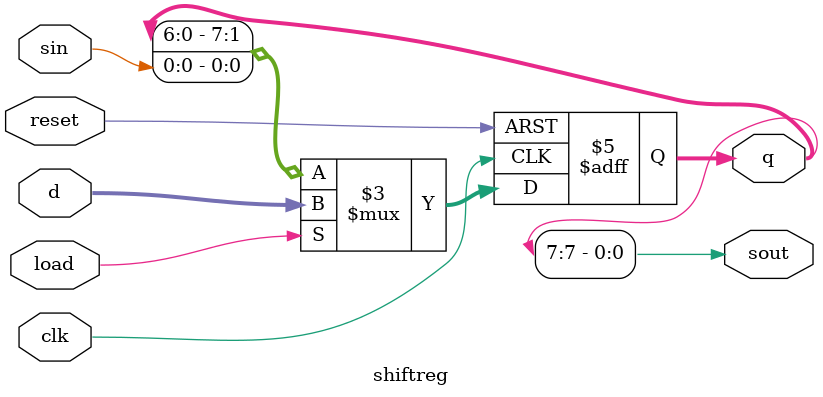
<source format=sv>
module shiftreg
#(parameter N = 8)
(input logic clk,
input logic reset,
input logic sin,
output logic sout,
input logic load,
input logic[N-1:0] d,
output logic [N-1:0] q
);

always_ff@(posedge clk, posedge reset)
	if (reset)
		q <= 0;
	else
		if (load)
			q <= d;
		else
			q <= {q[N-2:0], sin};
			
assign sout = q[N-1];

endmodule

</source>
